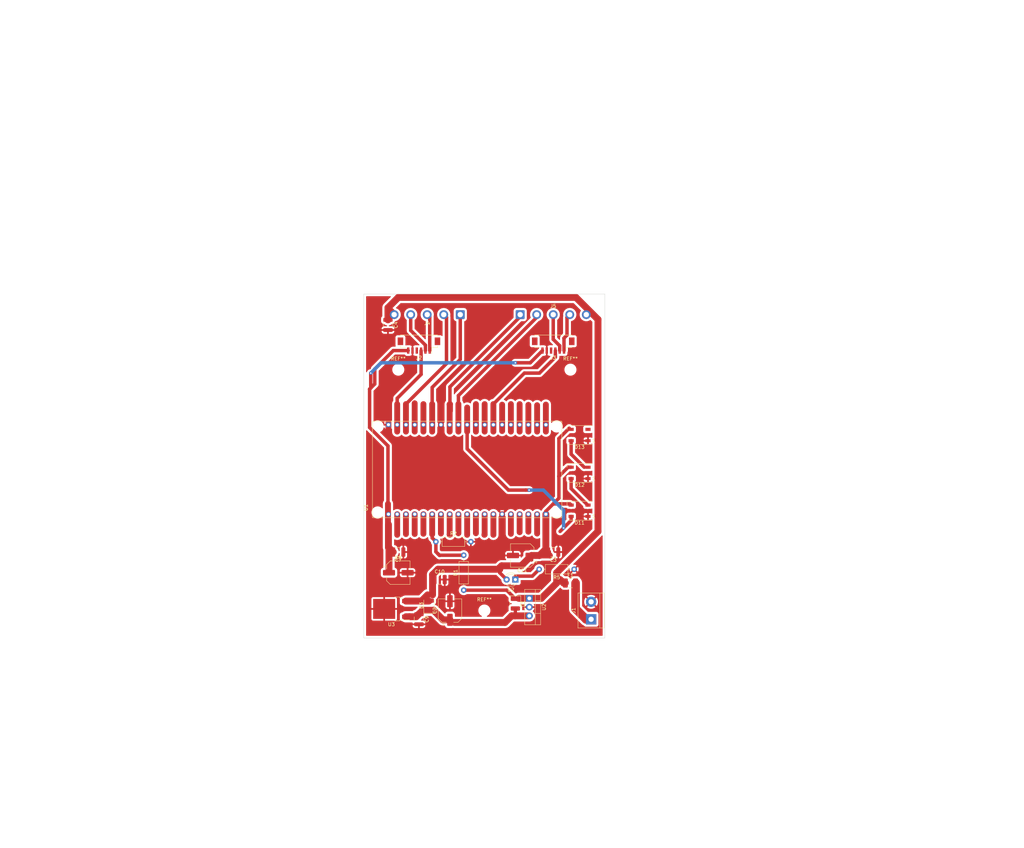
<source format=kicad_pcb>
(kicad_pcb (version 20211014) (generator pcbnew)
  (layers (0 "F.Cu" signal) (31 "B.Cu" signal) (34 "B.Paste" user) (35 "F.Paste" user) (36 "B.SilkS" user "B.Silkscreen") (37 "F.SilkS" user "F.Silkscreen") (38 "B.Mask" user) (39 "F.Mask" user) (44 "Edge.Cuts" user))
  (net 0 "")
  (net 1 "+BATT")
  (net 2 "-BATT")
  (net 3 "+12V")
  (net 4 "+5V")
  (net 5 "+3.3V")
  (net 6 "Net-(D2-Pad1)")
  (net 7 "Net-(D11-Pad2)")
  (net 8 "/LED_OUT")
  (net 9 "Net-(D12-Pad2)")
  (net 11 "Net-(F1-Pad2)")
  (net 12 "/motorController/M1_1")
  (net 13 "/motorController/M1_2")
  (net 14 "/ENCO_2")
  (net 16 "/motorController/M2_1")
  (net 17 "/motorController/M2_2")
  (net 18 "/ENCO_1")
  (net 20 "/PWM_M1_1")
  (net 21 "/PWM_M1_2")
  (net 22 "/PWM_M2_1")
  (net 23 "/PWM_M2_2")
  (net 24 "/BATT_VOLTAGE_DIVIDER")
  (net 25 "unconnected-(U1-PadJ5_18)")
  (net 26 "unconnected-(U1-PadJ5_17)")
  (net 27 "unconnected-(U1-PadJ5_16)")
  (net 28 "unconnected-(U1-PadJ5_15)")
  (net 29 "unconnected-(U1-PadJ5_13)")
  (net 30 "unconnected-(U1-PadJ5_12)")
  (net 31 "unconnected-(U1-PadJ5_11)")
  (net 32 "unconnected-(U1-PadJ5_10)")
  (net 33 "unconnected-(U1-PadJ5_9)")
  (net 34 "unconnected-(U1-PadJ5_8)")
  (net 35 "unconnected-(U1-PadJ5_7)")
  (net 36 "unconnected-(U1-PadJ5_5)")
  (net 37 "unconnected-(U1-PadJ5_4)")
  (net 38 "unconnected-(U1-PadJ5_3)")
  (net 39 "unconnected-(U1-PadJ5_2)")
  (net 40 "unconnected-(U1-PadJ4_19)")
  (net 41 "unconnected-(U1-PadJ4_18)")
  (net 42 "unconnected-(U1-PadJ4_17)")
  (net 43 "unconnected-(U1-PadJ4_16)")
  (net 44 "unconnected-(U1-PadJ4_15)")
  (net 45 "unconnected-(U1-PadJ4_14)")
  (net 46 "unconnected-(U1-PadJ4_12)")
  (net 47 "unconnected-(U1-PadJ4_11)")
  (net 48 "unconnected-(U1-PadJ4_5)")
  (net 49 "unconnected-(U1-PadJ4_4)")
  (footprint "LED_SMD:LED_WS2812B_PLCC4_5.0x5.0mm_P3.2mm" (layer "F.Cu") (at 142.33 100 180)
    (fp_text reference "D12" (at 0 -3.5) (layer "F.SilkS"))
    (fp_text value "WS2812B")
    (fp_text user "1" (at -4.15 -1.6) (layer "F.SilkS"))
    (fp_line (start -3.65 2.75) (end 3.65 2.75) (layer "F.SilkS") (width 0.12))
    (fp_line (start -3.65 -2.75) (end 3.65 -2.75) (layer "F.SilkS") (width 0.12))
    (fp_line (start 3.65 2.75) (end 3.65 1.6) (layer "F.SilkS") (width 0.12))
    (pad "1" smd rect (at -2.45 -1.65 180) (size 1.5 0.9) (layers "F.Cu" "F.Paste" "F.Mask") (net 2 "-BATT"))
    (pad "2" smd rect (at -2.45 1.65 180) (size 1.5 0.9) (layers "F.Cu" "F.Paste" "F.Mask") (net 9 "Net-(D12-Pad2)"))
    (pad "3" smd rect (at 2.45 1.65 180) (size 1.5 0.9) (layers "F.Cu" "F.Paste" "F.Mask") (net 4 "+5V"))
    (pad "4" smd rect (at 2.45 -1.65 180) (size 1.5 0.9) (layers "F.Cu" "F.Paste" "F.Mask") (net 7 "Net-(D11-Pad2)"))
  )
  (footprint "Package_TO_SOT_THT:TO-220-3_Vertical" (layer "F.Cu") (at 127.735 136.46 -90)
    (fp_text reference "U2" (at 2.54 -4.27 90) (layer "F.SilkS"))
    (fp_text value "L7812")
    (fp_line (start -2.58 1.371) (end 7.66 1.371) (layer "F.SilkS") (width 0.12))
    (fp_line (start 7.66 -3.27) (end 7.66 1.371) (layer "F.SilkS") (width 0.12))
    (fp_line (start -2.58 -3.27) (end -2.58 1.371) (layer "F.SilkS") (width 0.12))
    (fp_line (start -2.58 -3.27) (end 7.66 -3.27) (layer "F.SilkS") (width 0.12))
    (fp_line (start 4.391 -3.27) (end 4.391 -1.76) (layer "F.SilkS") (width 0.12))
    (fp_line (start -2.58 -1.76) (end 7.66 -1.76) (layer "F.SilkS") (width 0.12))
    (fp_line (start 0.69 -3.27) (end 0.69 -1.76) (layer "F.SilkS") (width 0.12))
    (pad "1" thru_hole rect (at 0 0 270) (size 1.905 2) (drill 1.1) (layers *.Cu *.Mask) (net 1 "+BATT"))
    (pad "2" thru_hole oval (at 2.54 0 270) (size 1.905 2) (drill 1.1) (layers *.Cu *.Mask) (net 2 "-BATT"))
    (pad "3" thru_hole oval (at 5.08 0 270) (size 1.905 2) (drill 1.1) (layers *.Cu *.Mask) (net 3 "+12V"))
  )
  (footprint "Capacitor_SMD:CP_Elec_6.3x7.7" (layer "F.Cu") (at 104.68 140 90)
    (fp_text reference "C2" (at 0 -4.35 90) (layer "F.SilkS"))
    (fp_text value "C_Polarized")
    (fp_line (start -3.41 2.345563) (end -3.41 1.06) (layer "F.SilkS") (width 0.12))
    (fp_line (start 3.41 -3.41) (end 3.41 -1.06) (layer "F.SilkS") (width 0.12))
    (fp_line (start -2.345563 3.41) (end 3.41 3.41) (layer "F.SilkS") (width 0.12))
    (fp_line (start 3.41 3.41) (end 3.41 1.06) (layer "F.SilkS") (width 0.12))
    (fp_line (start -3.41 2.345563) (end -2.345563 3.41) (layer "F.SilkS") (width 0.12))
    (fp_line (start -3.41 -2.345563) (end -2.345563 -3.41) (layer "F.SilkS") (width 0.12))
    (fp_line (start -4.04375 -2.24125) (end -4.04375 -1.45375) (layer "F.SilkS") (width 0.12))
    (fp_line (start -2.345563 -3.41) (end 3.41 -3.41) (layer "F.SilkS") (width 0.12))
    (fp_line (start -3.41 -2.345563) (end -3.41 -1.06) (layer "F.SilkS") (width 0.12))
    (fp_line (start -4.4375 -1.8475) (end -3.65 -1.8475) (layer "F.SilkS") (width 0.12))
    (pad "1" smd roundrect (at -2.7 0 90) (size 3.5 1.6) (layers "F.Cu" "F.Paste" "F.Mask") (roundrect_rratio 0.15625) (net 3 "+12V"))
    (pad "2" smd roundrect (at 2.7 0 90) (size 3.5 1.6) (layers "F.Cu" "F.Paste" "F.Mask") (roundrect_rratio 0.15625) (net 2 "-BATT"))
  )
  (footprint "Capacitor_SMD:C_1210_3225Metric" (layer "F.Cu") (at 95.68 142.525 -90)
    (fp_text reference "C9" (at 0 -2.3 90) (layer "F.SilkS"))
    (fp_text value "C")
    (fp_line (start -0.711252 -1.36) (end 0.711252 -1.36) (layer "F.SilkS") (width 0.12))
    (fp_line (start -0.711252 1.36) (end 0.711252 1.36) (layer "F.SilkS") (width 0.12))
    (pad "1" smd roundrect (at -1.475 0 270) (size 1.15 2.7) (layers "F.Cu" "F.Paste" "F.Mask") (roundrect_rratio 0.217391) (net 3 "+12V"))
    (pad "2" smd roundrect (at 1.475 0 270) (size 1.15 2.7) (layers "F.Cu" "F.Paste" "F.Mask") (roundrect_rratio 0.217391) (net 2 "-BATT"))
  )
  (footprint "LED_THT:LED_D3.0mm" (layer "F.Cu") (at 123.68 131 180)
    (fp_text reference "D2" (at 1.27 -2.96) (layer "F.SilkS"))
    (fp_text value "LED")
    (fp_line (start -0.29 1.08) (end -0.29 1.236) (layer "F.SilkS") (width 0.12))
    (fp_line (start -0.29 -1.236) (end -0.29 -1.08) (layer "F.SilkS") (width 0.12))
    (fp_arc (start -0.29 -1.235516) (mid 1.366487 -1.987659) (end 2.942335 -1.078608) (layer "F.SilkS") (width 0.12))
    (fp_arc (start 2.942335 1.078608) (mid 1.366487 1.987659) (end -0.29 1.235516) (layer "F.SilkS") (width 0.12))
    (fp_arc (start 0.229039 -1.08) (mid 1.270117 -1.5) (end 2.31113 -1.079837) (layer "F.SilkS") (width 0.12))
    (fp_arc (start 2.31113 1.079837) (mid 1.270117 1.5) (end 0.229039 1.08) (layer "F.SilkS") (width 0.12))
    (pad "1" thru_hole rect (at 0 0 180) (size 1.8 1.8) (drill 0.9) (layers *.Cu *.Mask) (net 6 "Net-(D2-Pad1)"))
    (pad "2" thru_hole circle (at 2.54 0 180) (size 1.8 1.8) (drill 0.9) (layers *.Cu *.Mask) (net 4 "+5V"))
  )
  (footprint "MountingHole:MountingHole_2.2mm_M2" (layer "F.Cu") (at 139.68 70)
    (fp_text reference "REF**" (at 0 -3.2) (layer "F.SilkS"))
    (fp_text value "MountingHole_2.2mm_M2")
    (pad "" np_thru_hole circle (at 0 0) (size 2.2 2.2) (drill 2.2) (layers *.Cu *.Mask))
  )
  (footprint "MountingHole:MountingHole_2.2mm_M2" (layer "F.Cu") (at 89.68 70)
    (fp_text reference "REF**" (at 0 -3.2) (layer "F.SilkS"))
    (fp_text value "MountingHole_2.2mm_M2")
    (pad "" np_thru_hole circle (at 0 0) (size 2.2 2.2) (drill 2.2) (layers *.Cu *.Mask))
  )
  (footprint "Capacitor_SMD:C_1210_3225Metric" (layer "F.Cu") (at 101.68 131)
    (fp_text reference "C10" (at 0 -2.3) (layer "F.SilkS"))
    (fp_text value "C")
    (fp_line (start -0.711252 -1.36) (end 0.711252 -1.36) (layer "F.SilkS") (width 0.12))
    (fp_line (start -0.711252 1.36) (end 0.711252 1.36) (layer "F.SilkS") (width 0.12))
    (pad "1" smd roundrect (at -1.475 0) (size 1.15 2.7) (layers "F.Cu" "F.Paste" "F.Mask") (roundrect_rratio 0.217391) (net 4 "+5V"))
    (pad "2" smd roundrect (at 1.475 0) (size 1.15 2.7) (layers "F.Cu" "F.Paste" "F.Mask") (roundrect_rratio 0.217391) (net 2 "-BATT"))
  )
  (footprint "Capacitor_SMD:CP_Elec_6.3x7.7" (layer "F.Cu") (at 125.68 124 180)
    (fp_text reference "C11" (at 0 -4.35) (layer "F.SilkS"))
    (fp_text value "C_Polarized")
    (fp_line (start 3.41 -3.41) (end 3.41 -1.06) (layer "F.SilkS") (width 0.12))
    (fp_line (start -3.41 2.345563) (end -3.41 1.06) (layer "F.SilkS") (width 0.12))
    (fp_line (start -3.41 -2.345563) (end -3.41 -1.06) (layer "F.SilkS") (width 0.12))
    (fp_line (start -4.04375 -2.24125) (end -4.04375 -1.45375) (layer "F.SilkS") (width 0.12))
    (fp_line (start -2.345563 3.41) (end 3.41 3.41) (layer "F.SilkS") (width 0.12))
    (fp_line (start -4.4375 -1.8475) (end -3.65 -1.8475) (layer "F.SilkS") (width 0.12))
    (fp_line (start -3.41 -2.345563) (end -2.345563 -3.41) (layer "F.SilkS") (width 0.12))
    (fp_line (start 3.41 3.41) (end 3.41 1.06) (layer "F.SilkS") (width 0.12))
    (fp_line (start -2.345563 -3.41) (end 3.41 -3.41) (layer "F.SilkS") (width 0.12))
    (fp_line (start -3.41 2.345563) (end -2.345563 3.41) (layer "F.SilkS") (width 0.12))
    (pad "1" smd roundrect (at -2.7 0 180) (size 3.5 1.6) (layers "F.Cu" "F.Paste" "F.Mask") (roundrect_rratio 0.15625) (net 4 "+5V"))
    (pad "2" smd roundrect (at 2.7 0 180) (size 3.5 1.6) (layers "F.Cu" "F.Paste" "F.Mask") (roundrect_rratio 0.15625) (net 2 "-BATT"))
  )
  (footprint "MountingHole:MountingHole_2.2mm_M2" (layer "F.Cu") (at 114.68 140)
    (fp_text reference "REF**" (at 0 -3.2) (layer "F.SilkS"))
    (fp_text value "MountingHole_2.2mm_M2")
    (pad "" np_thru_hole circle (at 0 0) (size 2.2 2.2) (drill 2.2) (layers *.Cu *.Mask))
  )
  (footprint "LED_SMD:LED_WS2812B_PLCC4_5.0x5.0mm_P3.2mm" (layer "F.Cu") (at 142.33 89 180)
    (fp_text reference "D13" (at 0 -3.5) (layer "F.SilkS"))
    (fp_text value "WS2812B")
    (fp_text user "1" (at -4.15 -1.6) (layer "F.SilkS"))
    (fp_line (start -3.65 2.75) (end 3.65 2.75) (layer "F.SilkS") (width 0.12))
    (fp_line (start -3.65 -2.75) (end 3.65 -2.75) (layer "F.SilkS") (width 0.12))
    (fp_line (start 3.65 2.75) (end 3.65 1.6) (layer "F.SilkS") (width 0.12))
    (pad "1" smd rect (at -2.45 -1.65 180) (size 1.5 0.9) (layers "F.Cu" "F.Paste" "F.Mask") (net 2 "-BATT"))
    (pad "2" smd rect (at -2.45 1.65 180) (size 1.5 0.9) (layers "F.Cu" "F.Paste" "F.Mask"))
    (pad "3" smd rect (at 2.45 1.65 180) (size 1.5 0.9) (layers "F.Cu" "F.Paste" "F.Mask") (net 4 "+5V"))
    (pad "4" smd rect (at 2.45 -1.65 180) (size 1.5 0.9) (layers "F.Cu" "F.Paste" "F.Mask") (net 9 "Net-(D12-Pad2)"))
  )
  (footprint "Resistor_THT:R_Axial_DIN0207_L6.3mm_D2.5mm_P10.16mm_Horizontal" (layer "F.Cu") (at 100.6 120)
    (fp_text reference "R2" (at 5.08 -2.37) (layer "F.SilkS"))
    (fp_text value "R")
    (fp_line (start 1.81 1.37) (end 8.35 1.37) (layer "F.SilkS") (width 0.12))
    (fp_line (start 8.35 -1.37) (end 1.81 -1.37) (layer "F.SilkS") (width 0.12))
    (fp_line (start 1.04 0) (end 1.81 0) (layer "F.SilkS") (width 0.12))
    (fp_line (start 9.12 0) (end 8.35 0) (layer "F.SilkS") (width 0.12))
    (fp_line (start 8.35 1.37) (end 8.35 -1.37) (layer "F.SilkS") (width 0.12))
    (fp_line (start 1.81 -1.37) (end 1.81 1.37) (layer "F.SilkS") (width 0.12))
    (pad "1" thru_hole circle (at 0 0) (size 1.6 1.6) (drill 0.8) (layers *.Cu *.Mask) (net 24 "/BATT_VOLTAGE_DIVIDER"))
    (pad "2" thru_hole oval (at 10.16 0) (size 1.6 1.6) (drill 0.8) (layers *.Cu *.Mask) (net 2 "-BATT"))
  )
  (footprint "Connector_Wire:SolderWire-0.75sqmm_1x05_P4.8mm_D1.25mm_OD2.3mm" (layer "F.Cu") (at 125.08 54)
    (fp_text reference "J5" (at 9.6 -2.47) (layer "F.SilkS"))
    (fp_text value "Conn_01x05_Female")
    (pad "1" thru_hole roundrect (at 0 0) (size 2.55 2.55) (drill 1.55) (layers *.Cu *.Mask) (roundrect_rratio 0.098039) (net 22 "/PWM_M2_1"))
    (pad "2" thru_hole circle (at 4.8 0) (size 2.55 2.55) (drill 1.55) (layers *.Cu *.Mask) (net 23 "/PWM_M2_2"))
    (pad "3" thru_hole circle (at 9.6 0) (size 2.55 2.55) (drill 1.55) (layers *.Cu *.Mask) (net 17 "/motorController/M2_2"))
    (pad "4" thru_hole circle (at 14.4 0) (size 2.55 2.55) (drill 1.55) (layers *.Cu *.Mask) (net 16 "/motorController/M2_1"))
    (pad "5" thru_hole circle (at 19.2 0) (size 2.55 2.55) (drill 1.55) (layers *.Cu *.Mask) (net 1 "+BATT"))
  )
  (footprint "Fuse:Fuse_1210_3225Metric_Pad1.42x2.65mm_HandSolder" (layer "F.Cu") (at 139.68 132)
    (fp_text reference "F1" (at 0 -2.28) (layer "F.SilkS"))
    (fp_text value "Fuse")
    (fp_line (start -0.602064 1.36) (end 0.602064 1.36) (layer "F.SilkS") (width 0.12))
    (fp_line (start -0.602064 -1.36) (end 0.602064 -1.36) (layer "F.SilkS") (width 0.12))
    (pad "1" smd roundrect (at -1.4875 0) (size 1.425 2.65) (layers "F.Cu" "F.Paste" "F.Mask") (roundrect_rratio 0.175439) (net 1 "+BATT"))
    (pad "2" smd roundrect (at 1.4875 0) (size 1.425 2.65) (layers "F.Cu" "F.Paste" "F.Mask") (roundrect_rratio 0.175439) (net 11 "Net-(F1-Pad2)"))
  )
  (footprint "Capacitor_SMD:C_1210_3225Metric" (layer "F.Cu") (at 86.68 57 -90)
    (fp_text reference "C4" (at 0 -2.3 90) (layer "F.SilkS"))
    (fp_text value "C")
    (fp_line (start -0.711252 1.36) (end 0.711252 1.36) (layer "F.SilkS") (width 0.12))
    (fp_line (start -0.711252 -1.36) (end 0.711252 -1.36) (layer "F.SilkS") (width 0.12))
    (pad "1" smd roundrect (at -1.475 0 270) (size 1.15 2.7) (layers "F.Cu" "F.Paste" "F.Mask") (roundrect_rratio 0.217391) (net 1 "+BATT"))
    (pad "2" smd roundrect (at 1.475 0 270) (size 1.15 2.7) (layers "F.Cu" "F.Paste" "F.Mask") (roundrect_rratio 0.217391) (net 2 "-BATT"))
  )
  (footprint "Capacitor_SMD:C_1210_3225Metric" (layer "F.Cu") (at 89.68 123 180)
    (fp_text reference "C7" (at 0 -2.3) (layer "F.SilkS"))
    (fp_text value "C")
    (fp_line (start -0.711252 -1.36) (end 0.711252 -1.36) (layer "F.SilkS") (width 0.12))
    (fp_line (start -0.711252 1.36) (end 0.711252 1.36) (layer "F.SilkS") (width 0.12))
    (pad "1" smd roundrect (at -1.475 0 180) (size 1.15 2.7) (layers "F.Cu" "F.Paste" "F.Mask") (roundrect_rratio 0.217391) (net 2 "-BATT"))
    (pad "2" smd roundrect (at 1.475 0 180) (size 1.15 2.7) (layers "F.Cu" "F.Paste" "F.Mask") (roundrect_rratio 0.217391) (net 5 "+3.3V"))
  )
  (footprint "Resistor_THT:R_Axial_DIN0207_L6.3mm_D2.5mm_P10.16mm_Horizontal" (layer "F.Cu") (at 140.76 128 180)
    (fp_text reference "R5" (at 5.08 -2.37) (layer "F.SilkS"))
    (fp_text value "R")
    (fp_line (start 1.81 -1.37) (end 1.81 1.37) (layer "F.SilkS") (width 0.12))
    (fp_line (start 8.35 1.37) (end 8.35 -1.37) (layer "F.SilkS") (width 0.12))
    (fp_line (start 1.04 0) (end 1.81 0) (layer "F.SilkS") (width 0.12))
    (fp_line (start 1.81 1.37) (end 8.35 1.37) (layer "F.SilkS") (width 0.12))
    (fp_line (start 9.12 0) (end 8.35 0) (layer "F.SilkS") (width 0.12))
    (fp_line (start 8.35 -1.37) (end 1.81 -1.37) (layer "F.SilkS") (width 0.12))
    (pad "1" thru_hole circle (at 0 0 180) (size 1.6 1.6) (drill 0.8) (layers *.Cu *.Mask) (net 2 "-BATT"))
    (pad "2" thru_hole oval (at 10.16 0 180) (size 1.6 1.6) (drill 0.8) (layers *.Cu *.Mask) (net 6 "Net-(D2-Pad1)"))
  )
  (footprint "Connector_Hirose:Hirose_DF13C_CL535-0406-3-51_1x06-1MP_P1.25mm_Vertical" (layer "F.Cu") (at 95.68 63 180)
    (fp_text reference "J2" (at 0 -3.55) (layer "F.SilkS"))
    (fp_text value "Conn_01x06_Male")
    (fp_line (start -5.425 3.05) (end 5.425 3.05) (layer "F.SilkS") (width 0.12))
    (fp_line (start -5.425 2.61) (end -5.425 3.05) (layer "F.SilkS") (width 0.12))
    (fp_line (start 3.735 -0.55) (end 5.425 -0.55) (layer "F.SilkS") (width 0.12))
    (fp_line (start -3.735 -0.55) (end -5.425 -0.55) (layer "F.SilkS") (width 0.12))
    (fp_line (start 5.425 -0.55) (end 5.425 -0.11) (layer "F.SilkS") (width 0.12))
    (fp_line (start 5.425 3.05) (end 5.425 2.61) (layer "F.SilkS") (width 0.12))
    (fp_line (start -3.735 -0.55) (end -3.735 -2.35) (layer "F.SilkS") (width 0.12))
    (fp_line (start -5.425 -0.55) (end -5.425 -0.11) (layer "F.SilkS") (width 0.12))
    (pad "1" smd rect (at -3.125 -1.45 180) (size 0.7 1.8) (layers "F.Cu" "F.Paste" "F.Mask") (net 13 "/motorController/M1_2"))
    (pad "2" smd rect (at -1.875 -1.45 180) (size 0.7 1.8) (layers "F.Cu" "F.Paste" "F.Mask") (net 12 "/motorController/M1_1"))
    (pad "3" smd rect (at -0.625 -1.45 180) (size 0.7 1.8) (layers "F.Cu" "F.Paste" "F.Mask") (net 14 "/ENCO_2"))
    (pad "4" smd rect (at 0.625 -1.45 180) (size 0.7 1.8) (layers "F.Cu" "F.Paste" "F.Mask"))
    (pad "5" smd rect (at 1.875 -1.45 180) (size 0.7 1.8) (layers "F.Cu" "F.Paste" "F.Mask") (net 2 "-BATT"))
    (pad "6" smd rect (at 3.125 -1.45 180) (size 0.7 1.8) (layers "F.Cu" "F.Paste" "F.Mask") (net 5 "+3.3V"))
    (pad "MP" smd rect (at 5.375 1.25 180) (size 1.6 2.2) (layers "F.Cu" "F.Paste" "F.Mask"))
    (pad "MP" smd rect (at -5.375 1.25 180) (size 1.6 2.2) (layers "F.Cu" "F.Paste" "F.Mask"))
  )
  (footprint "Diode_SMD:D_1210_3225Metric" (layer "F.Cu") (at 98.68 138.525 90)
    (fp_text reference "D3" (at 0 -2.28 90) (layer "F.SilkS"))
    (fp_text value "D")
    (fp_line (start -2.285 1.585) (end 1.6 1.585) (layer "F.SilkS") (width 0.12))
    (fp_line (start -2.285 -1.585) (end -2.285 1.585) (layer "F.SilkS") (width 0.12))
    (fp_line (start 1.6 -1.585) (end -2.285 -1.585) (layer "F.SilkS") (width 0.12))
    (pad "1" smd roundrect (at -1.4 0 90) (size 1.25 2.65) (layers "F.Cu" "F.Paste" "F.Mask") (roundrect_rratio 0.2) (net 3 "+12V"))
    (pad "2" smd roundrect (at 1.4 0 90) (size 1.25 2.65) (layers "F.Cu" "F.Paste" "F.Mask") (roundrect_rratio 0.2) (net 4 "+5V"))
  )
  (footprint "Connector_Hirose:Hirose_DF13C_CL535-0406-3-51_1x06-1MP_P1.25mm_Vertical" (layer "F.Cu") (at 134.68 63 180)
    (fp_text reference "J3" (at 0 -3.55) (layer "F.SilkS"))
    (fp_text value "Conn_01x06_Male")
    (fp_line (start 3.735 -0.55) (end 5.425 -0.55) (layer "F.SilkS") (width 0.12))
    (fp_line (start -3.735 -0.55) (end -3.735 -2.35) (layer "F.SilkS") (width 0.12))
    (fp_line (start 5.425 3.05) (end 5.425 2.61) (layer "F.SilkS") (width 0.12))
    (fp_line (start -5.425 3.05) (end 5.425 3.05) (layer "F.SilkS") (width 0.12))
    (fp_line (start -5.425 2.61) (end -5.425 3.05) (layer "F.SilkS") (width 0.12))
    (fp_line (start 5.425 -0.55) (end 5.425 -0.11) (layer "F.SilkS") (width 0.12))
    (fp_line (start -5.425 -0.55) (end -5.425 -0.11) (layer "F.SilkS") (width 0.12))
    (fp_line (start -3.735 -0.55) (end -5.425 -0.55) (layer "F.SilkS") (width 0.12))
    (pad "1" smd rect (at -3.125 -1.45 180) (size 0.7 1.8) (layers "F.Cu" "F.Paste" "F.Mask") (net 16 "/motorController/M2_1"))
    (pad "2" smd rect (at -1.875 -1.45 180) (size 0.7 1.8) (layers "F.Cu" "F.Paste" "F.Mask") (net 17 "/motorController/M2_2"))
    (pad "3" smd rect (at -0.625 -1.45 180) (size 0.7 1.8) (layers "F.Cu" "F.Paste" "F.Mask") (net 18 "/ENCO_1"))
    (pad "4" smd rect (at 0.625 -1.45 180) (size 0.7 1.8) (layers "F.Cu" "F.Paste" "F.Mask"))
    (pad "5" smd rect (at 1.875 -1.45 180) (size 0.7 1.8) (layers "F.Cu" "F.Paste" "F.Mask") (net 2 "-BATT"))
    (pad "6" smd rect (at 3.125 -1.45 180) (size 0.7 1.8) (layers "F.Cu" "F.Paste" "F.Mask") (net 5 "+3.3V"))
    (pad "MP" smd rect (at 5.375 1.25 180) (size 1.6 2.2) (layers "F.Cu" "F.Paste" "F.Mask"))
    (pad "MP" smd rect (at -5.375 1.25 180) (size 1.6 2.2) (layers "F.Cu" "F.Paste" "F.Mask"))
  )
  (footprint "LED_SMD:LED_WS2812B_PLCC4_5.0x5.0mm_P3.2mm" (layer "F.Cu") (at 142.33 111 180)
    (fp_text reference "D11" (at 0 -3.5) (layer "F.SilkS"))
    (fp_text value "WS2812B")
    (fp_text user "1" (at -4.15 -1.6) (layer "F.SilkS"))
    (fp_line (start 3.65 2.75) (end 3.65 1.6) (layer "F.SilkS") (width 0.12))
    (fp_line (start -3.65 -2.75) (end 3.65 -2.75) (layer "F.SilkS") (width 0.12))
    (fp_line (start -3.65 2.75) (end 3.65 2.75) (layer "F.SilkS") (width 0.12))
    (pad "1" smd rect (at -2.45 -1.65 180) (size 1.5 0.9) (layers "F.Cu" "F.Paste" "F.Mask") (net 2 "-BATT"))
    (pad "2" smd rect (at -2.45 1.65 180) (size 1.5 0.9) (layers "F.Cu" "F.Paste" "F.Mask") (net 7 "Net-(D11-Pad2)"))
    (pad "3" smd rect (at 2.45 1.65 180) (size 1.5 0.9) (layers "F.Cu" "F.Paste" "F.Mask") (net 4 "+5V"))
    (pad "4" smd rect (at 2.45 -1.65 180) (size 1.5 0.9) (layers "F.Cu" "F.Paste" "F.Mask") (net 8 "/LED_OUT"))
  )
  (footprint "Package_TO_SOT_SMD:TO-252-2" (layer "F.Cu") (at 87.68 139.525 180)
    (fp_text reference "U3" (at 0 -4.5) (layer "F.SilkS"))
    (fp_text value "L7805")
    (fp_line (start -2.47 3.18) (end -3.57 3.18) (layer "F.SilkS") (width 0.12))
    (fp_line (start -0.97 3.45) (end -2.47 3.45) (layer "F.SilkS") (width 0.12))
    (fp_line (start -2.47 -3.45) (end -2.47 -3.18) (layer "F.SilkS") (width 0.12))
    (fp_line (start -2.47 -3.18) (end -5.3 -3.18) (layer "F.SilkS") (width 0.12))
    (fp_line (start -2.47 3.45) (end -2.47 3.18) (layer "F.SilkS") (width 0.12))
    (fp_line (start -0.97 -3.45) (end -2.47 -3.45) (layer "F.SilkS") (width 0.12))
    (pad "1" smd rect (at -4.2 -2.28 180) (size 2.2 1.2) (layers "F.Cu" "F.Paste" "F.Mask") (net 3 "+12V"))
    (pad "2" smd rect (at 2.1 0 180) (size 6.4 5.8) (layers "F.Cu" "F.Mask") (net 2 "-BATT"))
    (pad "3" smd rect (at -4.2 2.28 180) (size 2.2 1.2) (layers "F.Cu" "F.Paste" "F.Mask") (net 4 "+5V"))
  )
  (footprint "footprints:MODULE_ESP32_NODEMCU" (layer "F.Cu") (at 109.68 99 90)
    (fp_text reference "U1" (at -11.075 -29.385 90) (layer "F.SilkS"))
    (fp_text value "ESP32_NODEMCU")
    (fp_line (start 14 -27.5) (end 14 27.5) (layer "F.SilkS") (width 0.127))
    (fp_line (start -14 27.5) (end 14 27.5) (layer "F.SilkS") (width 0.127))
    (fp_line (start -14 -27.5) (end -14 27.5) (layer "F.SilkS") (width 0.127))
    (fp_line (start -14 -27.5) (end 14 -27.5) (layer "F.SilkS") (width 0.127))
    (pad "" np_thru_hole circle locked (at -12.5 26 90) (size 2.25 2.25) (drill 2.25) (layers *.Cu *.Mask))
    (pad "" np_thru_hole circle locked (at 12.5 -26 90) (size 2.25 2.25) (drill 2.25) (layers *.Cu *.Mask))
    (pad "" np_thru_hole circle locked (at 12.5 26 90) (size 2.25 2.25) (drill 2.25) (layers *.Cu *.Mask))
    (pad "" np_thru_hole circle locked (at -12.5 -26 90) (size 2.25 2.25) (drill 2.25) (layers *.Cu *.Mask))
    (pad "J4_1" thru_hole rect locked (at 13 -22.86 90) (size 1.35 1.35) (drill 0.9) (layers *.Cu *.Mask) (net 2 "-BATT"))
    (pad "J4_2" thru_hole circle locked (at 13 -20.32 90) (size 1.35 1.35) (drill 0.9) (layers *.Cu *.Mask) (net 14 "/ENCO_2"))
    (pad "J4_3" thru_hole circle locked (at 13 -17.78 90) (size 1.35 1.35) (drill 0.9) (layers *.Cu *.Mask) (net 20 "/PWM_M1_1"))
    (pad "J4_4" thru_hole circle locked (at 13 -15.24 90) (size 1.35 1.35) (drill 0.9) (layers *.Cu *.Mask) (net 49 "unconnected-(U1-PadJ4_4)"))
    (pad "J4_5" thru_hole circle locked (at 13 -12.7 90) (size 1.35 1.35) (drill 0.9) (layers *.Cu *.Mask) (net 48 "unconnected-(U1-PadJ4_5)"))
    (pad "J4_6" thru_hole circle locked (at 13 -10.16 90) (size 1.35 1.35) (drill 0.9) (layers *.Cu *.Mask) (net 21 "/PWM_M1_2"))
    (pad "J4_7" thru_hole circle locked (at 13 -7.62 90) (size 1.35 1.35) (drill 0.9) (layers *.Cu *.Mask) (net 2 "-BATT"))
    (pad "J4_8" thru_hole circle locked (at 13 -5.08 90) (size 1.35 1.35) (drill 0.9) (layers *.Cu *.Mask) (net 22 "/PWM_M2_1"))
    (pad "J4_9" thru_hole circle locked (at 13 -2.54 90) (size 1.35 1.35) (drill 0.9) (layers *.Cu *.Mask) (net 23 "/PWM_M2_2"))
    (pad "J4_10" thru_hole circle locked (at 13 0 90) (size 1.35 1.35) (drill 0.9) (layers *.Cu *.Mask) (net 8 "/LED_OUT"))
    (pad "J4_11" thru_hole circle locked (at 13 2.54 90) (size 1.35 1.35) (drill 0.9) (layers *.Cu *.Mask) (net 47 "unconnected-(U1-PadJ4_11)"))
    (pad "J4_12" thru_hole circle locked (at 13 5.08 90) (size 1.35 1.35) (drill 0.9) (layers *.Cu *.Mask) (net 46 "unconnected-(U1-PadJ4_12)"))
    (pad "J4_13" thru_hole circle locked (at 13 7.62 90) (size 1.35 1.35) (drill 0.9) (layers *.Cu *.Mask) (net 18 "/ENCO_1"))
    (pad "J4_14" thru_hole circle locked (at 13 10.16 90) (size 1.35 1.35) (drill 0.9) (layers *.Cu *.Mask) (net 45 "unconnected-(U1-PadJ4_14)"))
    (pad "J4_15" thru_hole circle locked (at 13 12.7 90) (size 1.35 1.35) (drill 0.9) (layers *.Cu *.Mask) (net 44 "unconnected-(U1-PadJ4_15)"))
    (pad "J4_16" thru_hole circle locked (at 13 15.24 90) (size 1.35 1.35) (drill 0.9) (layers *.Cu *.Mask) (net 43 "unconnected-(U1-PadJ4_16)"))
    (pad "J4_17" thru_hole circle locked (at 13 17.78 90) (size 1.35 1.35) (drill 0.9) (layers *.Cu *.Mask) (net 42 "unconnected-(U1-PadJ4_17)"))
    (pad "J4_18" thru_hole circle locked (at 13 20.32 90) (size 1.35 1.35) (drill 0.9) (layers *.Cu *.Mask) (net 41 "unconnected-(U1-PadJ4_18)"))
    (pad "J4_19" thru_hole circle locked (at 13 22.86 90) (size 1.35 1.35) (drill 0.9) (layers *.Cu *.Mask) (net 40 "unconnected-(U1-PadJ4_19)"))
    (pad "J5_1" thru_hole rect locked (at -13 22.86 90) (size 1.35 1.35) (drill 0.9) (layers *.Cu *.Mask) (net 4 "+5V"))
    (pad "J5_2" thru_hole circle locked (at -13 20.32 90) (size 1.35 1.35) (drill 0.9) (layers *.Cu *.Mask) (net 39 "unconnected-(U1-PadJ5_2)"))
    (pad "J5_3" thru_hole circle locked (at -13 17.78 90) (size 1.35 1.35) (drill 0.9) (layers *.Cu *.Mask) (net 38 "unconnected-(U1-PadJ5_3)"))
    (pad "J5_4" thru_hole circle locked (at -13 15.24 90) (size 1.35 1.35) (drill 0.9) (layers *.Cu *.Mask) (net 37 "unconnected-(U1-PadJ5_4)"))
    (pad "J5_5" thru_hole circle locked (at -13 12.7 90) (size 1.35 1.35) (drill 0.9) (layers *.Cu *.Mask) (net 36 "unconnected-(U1-PadJ5_5)"))
    (pad "J5_6" thru_hole circle locked (at -13 10.16 90) (size 1.35 1.35) (drill 0.9) (layers *.Cu *.Mask) (net 2 "-BATT"))
    (pad "J5_7" thru_hole circle locked (at -13 7.62 90) (size 1.35 1.35) (drill 0.9) (layers *.Cu *.Mask) (net 35 "unconnected-(U1-PadJ5_7)"))
    (pad "J5_8" thru_hole circle locked (at -13 5.08 90) (size 1.35 1.35) (drill 0.9) (layers *.Cu *.Mask) (net 34 "unconnected-(U1-PadJ5_8)"))
    (pad "J5_9" thru_hole circle locked (at -13 2.54 90) (size 1.35 1.35) (drill 0.9) (layers *.Cu *.Mask) (net 33 "unconnected-(U1-PadJ5_9)"))
    (pad "J5_10" thru_hole circle locked (at -13 0 90) (size 1.35 1.35) (drill 0.9) (layers *.Cu *.Mask) (net 32 "unconnected-(U1-PadJ5_10)"))
    (pad "J5_11" thru_hole circle locked (at -13 -2.54 90) (size 1.35 1.35) (drill 0.9) (layers *.Cu *.Mask) (net 31 "unconnected-(U1-PadJ5_11)"))
    (pad "J5_12" thru_hole circle locked (at -13 -5.08 90) (size 1.35 1.35) (drill 0.9) (layers *.Cu *.Mask) (net 30 "unconnected-(U1-PadJ5_12)"))
    (pad "J5_13" thru_hole circle locked (at -13 -7.62 90) (size 1.35 1.35) (drill 0.9) (layers *.Cu *.Mask) (net 29 "unconnected-(U1-PadJ5_13)"))
    (pad "J5_14" thru_hole circle locked (at -13 -10.16 90) (size 1.35 1.35) (drill 0.9) (layers *.Cu *.Mask) (net 24 "/BATT_VOLTAGE_DIVIDER"))
    (pad "J5_15" thru_hole circle locked (at -13 -12.7 90) (size 1.35 1.35) (drill 0.9) (layers *.Cu *.Mask) (net 28 "unconnected-(U1-PadJ5_15)"))
    (pad "J5_16" thru_hole circle locked (at -13 -15.24 90) (size 1.35 1.35) (drill 0.9) (layers *.Cu *.Mask) (net 27 "unconnected-(U1-PadJ5_16)"))
    (pad "J5_17" thru_hole circle locked (at -13 -17.78 90) (size 1.35 1.35) (drill 0.9) (layers *.Cu *.Mask) (net 26 "unconnected-(U1-PadJ5_17)"))
    (pad "J5_18" thru_hole circle locked (at -13 -20.32 90) (size 1.35 1.35) (drill 0.9) (layers *.Cu *.Mask) (net 25 "unconnected-(U1-PadJ5_18)"))
    (pad "J5_19" thru_hole circle locked (at -13 -22.86 90) (size 1.35 1.35) (drill 0.9) (layers *.Cu *.Mask) (net 5 "+3.3V"))
  )
  (footprint "Capacitor_SMD:C_1210_3225Metric" (layer "F.Cu") (at 134.68 123 180)
    (fp_text reference "C3" (at 0 -2.3) (layer "F.SilkS"))
    (fp_text value "C")
    (fp_line (start -0.711252 -1.36) (end 0.711252 -1.36) (layer "F.SilkS") (width 0.12))
    (fp_line (start -0.711252 1.36) (end 0.711252 1.36) (layer "F.SilkS") (width 0.12))
    (pad "1" smd roundrect (at -1.475 0 180) (size 1.15 2.7) (layers "F.Cu" "F.Paste" "F.Mask") (roundrect_rratio 0.217391) (net 2 "-BATT"))
    (pad "2" smd roundrect (at 1.475 0 180) (size 1.15 2.7) (layers "F.Cu" "F.Paste" "F.Mask") (roundrect_rratio 0.217391) (net 4 "+5V"))
  )
  (footprint "Capacitor_SMD:CP_Elec_6.3x7.7" (layer "F.Cu") (at 89.68 129)
    (fp_text reference "C8" (at 0 -4.35) (layer "F.SilkS"))
    (fp_text value "C_Polarized")
    (fp_line (start -2.345563 -3.41) (end 3.41 -3.41) (layer "F.SilkS") (width 0.12))
    (fp_line (start -3.41 2.345563) (end -2.345563 3.41) (layer "F.SilkS") (width 0.12))
    (fp_line (start -3.41 -2.345563) (end -3.41 -1.06) (layer "F.SilkS") (width 0.12))
    (fp_line (start -3.41 2.345563) (end -3.41 1.06) (layer "F.SilkS") (width 0.12))
    (fp_line (start -4.4375 -1.8475) (end -3.65 -1.8475) (layer "F.SilkS") (width 0.12))
    (fp_line (start 3.41 3.41) (end 3.41 1.06) (layer "F.SilkS") (width 0.12))
    (fp_line (start -4.04375 -2.24125) (end -4.04375 -1.45375) (layer "F.SilkS") (width 0.12))
    (fp_line (start 3.41 -3.41) (end 3.41 -1.06) (layer "F.SilkS") (width 0.12))
    (fp_line (start -2.345563 3.41) (end 3.41 3.41) (layer "F.SilkS") (width 0.12))
    (fp_line (start -3.41 -2.345563) (end -2.345563 -3.41) (layer "F.SilkS") (width 0.12))
    (pad "1" smd roundrect (at -2.7 0) (size 3.5 1.6) (layers "F.Cu" "F.Paste" "F.Mask") (roundrect_rratio 0.15625) (net 5 "+3.3V"))
    (pad "2" smd roundrect (at 2.7 0) (size 3.5 1.6) (layers "F.Cu" "F.Paste" "F.Mask") (roundrect_rratio 0.15625) (net 2 "-BATT"))
  )
  (footprint "Resistor_THT:R_Axial_DIN0207_L6.3mm_D2.5mm_P10.16mm_Horizontal" (layer "F.Cu") (at 108.68 134.08 90)
    (fp_text reference "R1" (at 5.08 -2.37 90) (layer "F.SilkS"))
    (fp_text value "R")
    (fp_line (start 9.12 0) (end 8.35 0) (layer "F.SilkS") (width 0.12))
    (fp_line (start 1.81 1.37) (end 8.35 1.37) (layer "F.SilkS") (width 0.12))
    (fp_line (start 8.35 1.37) (end 8.35 -1.37) (layer "F.SilkS") (width 0.12))
    (fp_line (start 1.04 0) (end 1.81 0) (layer "F.SilkS") (width 0.12))
    (fp_line (start 8.35 -1.37) (end 1.81 -1.37) (layer "F.SilkS") (width 0.12))
    (fp_line (start 1.81 -1.37) (end 1.81 1.37) (layer "F.SilkS") (width 0.12))
    (pad "1" thru_hole circle (at 0 0 90) (size 1.6 1.6) (drill 0.8) (layers *.Cu *.Mask) (net 1 "+BATT"))
    (pad "2" thru_hole oval (at 10.16 0 90) (size 1.6 1.6) (drill 0.8) (layers *.Cu *.Mask) (net 24 "/BATT_VOLTAGE_DIVIDER"))
  )
  (footprint "TerminalBlock:TerminalBlock_bornier-2_P5.08mm" (layer "F.Cu") (at 145.68 142.54 90)
    (fp_text reference "J1" (at 2.54 -5.08 90) (layer "F.SilkS"))
    (fp_text value "Conn_01x02_Female")
    (fp_line (start -2.54 3.81) (end 7.62 3.81) (layer "F.SilkS") (width 0.12))
    (fp_line (start 7.62 3.81) (end 7.62 -3.81) (layer "F.SilkS") (width 0.12))
    (fp_line (start 7.62 -3.81) (end -2.54 -3.81) (layer "F.SilkS") (width 0.12))
    (fp_line (start -2.54 -3.81) (end -2.54 3.81) (layer "F.SilkS") (width 0.12))
    (fp_line (start 7.62 2.54) (end -2.54 2.54) (layer "F.SilkS") (width 0.12))
    (pad "1" thru_hole rect (at 0 0 90) (size 3 3) (drill 1.52) (layers *.Cu *.Mask) (net 11 "Net-(F1-Pad2)"))
    (pad "2" thru_hole circle (at 5.08 0 90) (size 3 3) (drill 1.52) (layers *.Cu *.Mask) (net 2 "-BATT"))
  )
  (footprint "Diode_SMD:D_1210_3225Metric" (layer "F.Cu") (at 123.68 138 -90)
    (fp_text reference "D1" (at 0 -2.28 90) (layer "F.SilkS"))
    (fp_text value "D")
    (fp_line (start 1.6 -1.585) (end -2.285 -1.585) (layer "F.SilkS") (width 0.12))
    (fp_line (start -2.285 -1.585) (end -2.285 1.585) (layer "F.SilkS") (width 0.12))
    (fp_line (start -2.285 1.585) (end 1.6 1.585) (layer "F.SilkS") (width 0.12))
    (pad "1" smd roundrect (at -1.4 0 270) (size 1.25 2.65) (layers "F.Cu" "F.Paste" "F.Mask") (roundrect_rratio 0.2) (net 1 "+BATT"))
    (pad "2" smd roundrect (at 1.4 0 270) (size 1.25 2.65) (layers "F.Cu" "F.Paste" "F.Mask") (roundrect_rratio 0.2) (net 3 "+12V"))
  )
  (footprint "Connector_Wire:SolderWire-0.75sqmm_1x05_P4.8mm_D1.25mm_OD2.3mm" (layer "F.Cu") (at 107.68 54 180)
    (fp_text reference "J4" (at 9.6 -2.47) (layer "F.SilkS"))
    (fp_text value "Conn_01x05_Female")
    (pad "1" thru_hole roundrect (at 0 0 180) (size 2.55 2.55) (drill 1.55) (layers *.Cu *.Mask) (roundrect_rratio 0.098039) (net 21 "/PWM_M1_2"))
    (pad "2" thru_hole circle (at 4.8 0 180) (size 2.55 2.55) (drill 1.55) (layers *.Cu *.Mask) (net 20 "/PWM_M1_1"))
    (pad "3" thru_hole circle (at 9.6 0 180) (size 2.55 2.55) (drill 1.55) (layers *.Cu *.Mask) (net 13 "/motorController/M1_2"))
    (pad "4" thru_hole circle (at 14.4 0 180) (size 2.55 2.55) (drill 1.55) (layers *.Cu *.Mask) (net 12 "/motorController/M1_1"))
    (pad "5" thru_hole circle (at 19.2 0 180) (size 2.55 2.55) (drill 1.55) (layers *.Cu *.Mask) (net 1 "+BATT"))
  )
  (gr_rect (start 79.68 48) (end 149.68 148) (layer "Edge.Cuts") (width 0.1) (fill none))
  (segment (start 141.28 49) (end 89.68 49) (width 2) (layer "F.Cu") (net 1))
  (segment (start 86.68 53) (end 87.48 53) (width 2) (layer "F.Cu") (net 1))
  (segment (start 86.68 52) (end 86.68 53) (width 2) (layer "F.Cu") (net 1))
  (segment (start 124.68 136.46) (end 131.22 136.46) (width 2) (layer "F.Cu") (net 1))
  (segment (start 147.68 55.4) (end 141.28 49) (width 2) (layer "F.Cu") (net 1))
  (segment (start 86.68 53) (end 86.68 55.525) (width 2) (layer "F.Cu") (net 1))
  (segment (start 87.48 53) (end 88.48 54) (width 2) (layer "F.Cu") (net 1))
  (segment (start 121.16 134.08) (end 108.68 134.08) (width 1) (layer "F.Cu") (net 1))
  (segment (start 89.68 49) (end 86.68 52) (width 2) (layer "F.Cu") (net 1))
  (segment (start 131.22 136.46) (end 135.68 132) (width 2) (layer "F.Cu") (net 1))
  (segment (start 123.68 136.6) (end 121.16 134.08) (width 1) (layer "F.Cu") (net 1))
  (segment (start 135.68 132) (end 135.68 129) (width 2) (layer "F.Cu") (net 1))
  (segment (start 136.68 131) (end 137.68 132) (width 2) (layer "F.Cu") (net 1))
  (segment (start 147.68 117) (end 147.68 55.4) (width 2) (layer "F.Cu") (net 1))
  (segment (start 137.68 132) (end 138.1925 132) (width 2) (layer "F.Cu") (net 1))
  (segment (start 135.68 129) (end 147.68 117) (width 2) (layer "F.Cu") (net 1))
  (segment (start 86.82 88) (end 86.82 80) (width 1.7) (layer "F.Cu") (net 2))
  (segment (start 102.06 88) (end 102.06 80) (width 1.7) (layer "F.Cu") (net 2))
  (segment (start 119.84 112) (end 119.84 117.84) (width 1.7) (layer "F.Cu") (net 2))
  (segment (start 123.6 141.54) (end 127.735 141.54) (width 2) (layer "F.Cu") (net 3))
  (segment (start 102.68 142.7) (end 104.68 142.7) (width 2) (layer "F.Cu") (net 3))
  (segment (start 105.98 143.46) (end 120.68 143.46) (width 2) (layer "F.Cu") (net 3))
  (segment (start 91.88 141.805) (end 92.96 141.805) (width 2) (layer "F.Cu") (net 3))
  (segment (start 99.905 139.925) (end 102.68 142.7) (width 2) (layer "F.Cu") (net 3))
  (segment (start 92.96 141.805) (end 94.875 141.805) (width 2) (layer "F.Cu") (net 3))
  (segment (start 96.155 140.525) (end 95.68 141) (width 2) (layer "F.Cu") (net 3))
  (segment (start 122.6 141.54) (end 123.6 141.54) (width 2) (layer "F.Cu") (net 3))
  (segment (start 120.68 143.46) (end 122.6 141.54) (width 2) (layer "F.Cu") (net 3))
  (segment (start 96.68 139.925) (end 99.905 139.925) (width 2) (layer "F.Cu") (net 3))
  (segment (start 94.875 141.805) (end 95.68 141) (width 2) (layer "F.Cu") (net 3))
  (segment (start 123.68 139.86) (end 123.68 141.46) (width 1) (layer "F.Cu") (net 3))
  (segment (start 123.68 141.46) (end 123.6 141.54) (width 1) (layer "F.Cu") (net 3))
  (segment (start 119.14 129) (end 119.14 128) (width 1) (layer "F.Cu") (net 4))
  (segment (start 133.205 123) (end 133.205 123.525) (width 1.7) (layer "F.Cu") (net 4))
  (segment (start 99.63 135.44) (end 99.63 129.575) (width 2) (layer "F.Cu") (net 4))
  (segment (start 130.68 124) (end 132.54 122.14) (width 2) (layer "F.Cu") (net 4))
  (segment (start 134.68 109) (end 137.68 109) (width 1) (layer "F.Cu") (net 4))
  (segment (start 133.205 123.525) (end 133.68 124) (width 1.7) (layer "F.Cu") (net 4))
  (segment (start 128.38 125.3) (end 128.38 124) (width 1) (layer "F.Cu") (net 4))
  (segment (start 136.33 90) (end 136.33 101) (width 1) (layer "F.Cu") (net 4))
  (segment (start 138.98 98.35) (end 136.33 101) (width 1) (layer "F.Cu") (net 4))
  (segment (start 99.63 129.575) (end 101.205 128) (width 2) (layer "F.Cu") (net 4))
  (segment (start 98.205 135.44) (end 96.4 137.245) (width 2) (layer "F.Cu") (net 4))
  (segment (start 136.33 107.35) (end 134.68 109) (width 1) (layer "F.Cu") (net 4))
  (segment (start 133.68 124) (end 130.68 124) (width 1.7) (layer "F.Cu") (net 4))
  (segment (start 132.54 112) (end 132.54 111.14) (width 1) (layer "F.Cu") (net 4))
  (segment (start 125.38 127) (end 128.38 124) (width 2) (layer "F.Cu") (net 4))
  (segment (start 119.14 127.54) (end 119.68 127) (width 2) (layer "F.Cu") (net 4))
  (segment (start 96.4 137.245) (end 98.56 137.245) (width 2) (layer "F.Cu") (net 4))
  (segment (start 132.54 111.14) (end 134.68 109) (width 1) (layer "F.Cu") (net 4))
  (segment (start 121.14 131) (end 119.14 129) (width 1) (layer "F.Cu") (net 4))
  (segment (start 101.205 128) (end 119.14 128) (width 2) (layer "F.Cu") (net 4))
  (segment (start 91.88 137.245) (end 96.4 137.245) (width 2) (layer "F.Cu") (net 4))
  (segment (start 128.38 124) (end 130.68 124) (width 2) (layer "F.Cu") (net 4))
  (segment (start 119.68 127) (end 125.38 127) (width 2) (layer "F.Cu") (net 4))
  (segment (start 136.33 101) (end 136.33 107.35) (width 1) (layer "F.Cu") (net 4))
  (segment (start 139.33 87) (end 136.33 90) (width 1) (layer "F.Cu") (net 4))
  (segment (start 119.14 128) (end 119.14 127.54) (width 2) (layer "F.Cu") (net 4))
  (segment (start 139.53 109) (end 139.88 109.35) (width 1) (layer "F.Cu") (net 4))
  (segment (start 139.88 98.35) (end 138.98 98.35) (width 1) (layer "F.Cu") (net 4))
  (segment (start 136.33 109) (end 139.53 109) (width 1) (layer "F.Cu") (net 4))
  (segment (start 132.54 122.14) (end 132.54 112) (width 2) (layer "F.Cu") (net 4))
  (segment (start 86.68 92.151652) (end 86.68 109) (width 1) (layer "F.Cu") (net 5))
  (segment (start 86.82 115) (end 86.82 121.615) (width 2) (layer "F.Cu") (net 5))
  (segment (start 81.3425 86.814152) (end 86.68 92.151652) (width 1) (layer "F.Cu") (net 5))
  (segment (start 81.68 71) (end 81.68 75.325) (width 1) (layer "F.Cu") (net 5))
  (segment (start 128.005 68) (end 131.555 64.45) (width 1) (layer "F.Cu") (net 5))
  (segment (start 92.555 64.45) (end 88.23 64.45) (width 1) (layer "F.Cu") (net 5))
  (segment (start 123.68 68) (end 128.005 68) (width 1) (layer "F.Cu") (net 5))
  (segment (start 82.8425 74.1625) (end 81.3425 75.6625) (width 1) (layer "F.Cu") (net 5))
  (segment (start 86.98 121.775) (end 86.82 121.615) (width 2) (layer "F.Cu") (net 5))
  (segment (start 81.68 75.325) (end 81.3425 75.6625) (width 1) (layer "F.Cu") (net 5))
  (segment (start 86.68 117) (end 86.68 109) (width 1.7) (layer "F.Cu") (net 5))
  (segment (start 86.98 128) (end 86.98 121.775) (width 2) (layer "F.Cu") (net 5))
  (segment (start 81.3425 75.6625) (end 81.3425 86.814152) (width 1) (layer "F.Cu") (net 5))
  (segment (start 88.23 64.45) (end 82.8425 69.8375) (width 1) (layer "F.Cu") (net 5))
  (segment (start 86.82 121.615) (end 88.205 123) (width 2) (layer "F.Cu") (net 5))
  (segment (start 82.8425 69.8375) (end 82.8425 74.1625) (width 1) (layer "F.Cu") (net 5))
  (via (at 81.68 71) (size 0.8) (drill 0.4) (layers "F.Cu" "B.Cu") (net 5))
  (via (at 123.68 68) (size 0.8) (drill 0.4) (layers "F.Cu" "B.Cu") (net 5))
  (segment (start 84.68 68) (end 81.68 71) (width 1) (layer "B.Cu") (net 5))
  (segment (start 123.68 68) (end 84.68 68) (width 1) (layer "B.Cu") (net 5))
  (segment (start 130.6 128) (end 128.6 130) (width 1) (layer "F.Cu") (net 6))
  (segment (start 128.6 130) (end 123.68 130) (width 1) (layer "F.Cu") (net 6))
  (segment (start 144.68 109.35) (end 139.88 104.55) (width 1) (layer "F.Cu") (net 7))
  (segment (start 139.88 104.55) (end 139.88 101.65) (width 1) (layer "F.Cu") (net 7))
  (segment (start 109.68 88) (end 109.68 81) (width 1.7) (layer "F.Cu") (net 8))
  (segment (start 126.68 105) (end 127.68 105) (width 1) (layer "F.Cu") (net 8))
  (segment (start 126.68 105) (end 121.68 105) (width 1) (layer "F.Cu") (net 8))
  (segment (start 121.68 105) (end 109.68 93) (width 1) (layer "F.Cu") (net 8))
  (segment (start 139.88 113.8) (end 137.68 116) (width 1) (layer "F.Cu") (net 8))
  (segment (start 139.88 112.65) (end 139.88 113.8) (width 1) (layer "F.Cu") (net 8))
  (segment (start 137.68 116) (end 136.68 117) (width 1) (layer "F.Cu") (net 8))
  (segment (start 109.68 93) (end 109.68 86) (width 1) (layer "F.Cu") (net 8))
  (via (at 137.68 116) (size 0.8) (drill 0.4) (layers "F.Cu" "B.Cu") (net 8))
  (via (at 127.68 105) (size 0.8) (drill 0.4) (layers "F.Cu" "B.Cu") (net 8))
  (segment (start 127.68 105) (end 131.831652 105) (width 1) (layer "B.Cu") (net 8))
  (segment (start 131.831652 105) (end 137.68 110.848348) (width 1) (layer "B.Cu") (net 8))
  (segment (start 137.68 110.848348) (end 137.68 116) (width 1) (layer "B.Cu") (net 8))
  (segment (start 139.88 94.55) (end 139.88 90.65) (width 1) (layer "F.Cu") (net 9))
  (segment (start 143.68 98.35) (end 139.88 94.55) (width 1) (layer "F.Cu") (net 9))
  (segment (start 144.22 142.54) (end 141.1675 139.4875) (width 2.5) (layer "F.Cu") (net 11))
  (segment (start 141.1675 139.4875) (end 141.1675 132) (width 2.5) (layer "F.Cu") (net 11))
  (segment (start 145.68 142.54) (end 144.22 142.54) (width 2.5) (layer "F.Cu") (net 11))
  (segment (start 97.555 64.45) (end 97.555 62.875) (width 1) (layer "F.Cu") (net 12))
  (segment (start 93.28 58.6) (end 93.28 54) (width 1) (layer "F.Cu") (net 12))
  (segment (start 97.555 62.875) (end 93.28 58.6) (width 1) (layer "F.Cu") (net 12))
  (segment (start 98.805 54.725) (end 98.08 54) (width 1) (layer "F.Cu") (net 13))
  (segment (start 98.805 64.45) (end 98.805 54.725) (width 1) (layer "F.Cu") (net 13))
  (segment (start 89.36 88) (end 89.36 80) (width 1.7) (layer "F.Cu") (net 14))
  (segment (start 89.36 80) (end 89.36 78.32) (width 1) (layer "F.Cu") (net 14))
  (segment (start 96.305 71.375) (end 96.305 64.45) (width 1) (layer "F.Cu") (net 14))
  (segment (start 89.36 78.32) (end 96.305 71.375) (width 1) (layer "F.Cu") (net 14))
  (segment (start 138.68 54.8) (end 138.68 59.95) (width 1) (layer "F.Cu") (net 16))
  (segment (start 138.68 59.95) (end 137.805 60.825) (width 1) (layer "F.Cu") (net 16))
  (segment (start 137.805 60.825) (end 137.805 64.45) (width 1) (layer "F.Cu") (net 16))
  (segment (start 139.48 54) (end 138.68 54.8) (width 1) (layer "F.Cu") (net 16))
  (segment (start 134.68 61.175) (end 134.68 54) (width 1) (layer "F.Cu") (net 17))
  (segment (start 136.555 64.45) (end 136.555 63.05) (width 1) (layer "F.Cu") (net 17))
  (segment (start 136.555 63.05) (end 134.68 61.175) (width 1) (layer "F.Cu") (net 17))
  (segment (start 117.3 88) (end 117.3 80) (width 1.7) (layer "F.Cu") (net 18))
  (segment (start 126.3 71) (end 130.68 71) (width 1) (layer "F.Cu") (net 18))
  (segment (start 130.68 71) (end 135.305 66.375) (width 1) (layer "F.Cu") (net 18))
  (segment (start 117.3 80) (end 126.3 71) (width 1) (layer "F.Cu") (net 18))
  (segment (start 135.305 66.375) (end 135.305 64.45) (width 1) (layer "F.Cu") (net 18))
  (segment (start 103.68 68.22) (end 103.68 54.8) (width 1) (layer "F.Cu") (net 20))
  (segment (start 91.9 88) (end 91.9 80) (width 1.7) (layer "F.Cu") (net 20))
  (segment (start 103.68 54.8) (end 102.88 54) (width 1) (layer "F.Cu") (net 20))
  (segment (start 91.9 80) (end 103.68 68.22) (width 1) (layer "F.Cu") (net 20))
  (segment (start 99.52 88) (end 99.52 80) (width 1.7) (layer "F.Cu") (net 21))
  (segment (start 99.52 80) (end 99.52 75.16) (width 1) (layer "F.Cu") (net 21))
  (segment (start 107.68 67) (end 107.68 54) (width 1) (layer "F.Cu") (net 21))
  (segment (start 99.52 75.16) (end 107.68 67) (width 1) (layer "F.Cu") (net 21))
  (segment (start 104.6 88) (end 104.6 80.08) (width 1.7) (layer "F.Cu") (net 22))
  (segment (start 104.68 80) (end 104.68 82) (width 1.7) (layer "F.Cu") (net 22))
  (segment (start 104.68 75) (end 125.08 54.6) (width 1) (layer "F.Cu") (net 22))
  (segment (start 104.6 80.08) (end 104.68 80) (width 1.7) (layer "F.Cu") (net 22))
  (segment (start 104.68 82) (end 104.68 75) (width 1) (layer "F.Cu") (net 22))
  (segment (start 125.08 54.6) (end 125.08 54) (width 1) (layer "F.Cu") (net 22))
  (segment (start 129.88 54.8) (end 129.88 54) (width 1) (layer "F.Cu") (net 23))
  (segment (start 107.14 77.54) (end 129.88 54.8) (width 1) (layer "F.Cu") (net 23))
  (segment (start 107.14 80) (end 107.14 77.54) (width 1) (layer "F.Cu") (net 23))
  (segment (start 107.14 88) (end 107.14 80) (width 1.7) (layer "F.Cu") (net 23))
  (segment (start 100.6 122.92) (end 101.18 123.5) (width 1) (layer "F.Cu") (net 24))
  (segment (start 108.68 123.92) (end 101.6 123.92) (width 1) (layer "F.Cu") (net 24))
  (segment (start 99.52 118.88) (end 100.6 119.96) (width 1) (layer "F.Cu") (net 24))
  (segment (start 101.18 123.5) (end 101.68 124) (width 1) (layer "F.Cu") (net 24))
  (segment (start 99.52 117.84) (end 99.52 118.88) (width 1) (layer "F.Cu") (net 24))
  (segment (start 101.6 123.92) (end 101.18 123.5) (width 1) (layer "F.Cu") (net 24))
  (segment (start 99.52 112) (end 99.52 117.84) (width 1.7) (layer "F.Cu") (net 24))
  (segment (start 100.6 119.96) (end 100.6 122.92) (width 1) (layer "F.Cu") (net 24))
  (segment (start 89.36 112) (end 89.36 118) (width 1.7) (layer "F.Cu") (net 25))
  (segment (start 91.9 112) (end 91.9 117.78) (width 1.7) (layer "F.Cu") (net 26))
  (segment (start 94.44 112) (end 94.44 117.76) (width 1.7) (layer "F.Cu") (net 27))
  (segment (start 96.98 112) (end 96.98 117.7) (width 1.7) (layer "F.Cu") (net 28))
  (segment (start 102.06 112) (end 102.06 117.62) (width 1.7) (layer "F.Cu") (net 29))
  (segment (start 104.6 117.92) (end 104.68 118) (width 1.7) (layer "F.Cu") (net 30))
  (segment (start 104.6 112) (end 104.6 117.92) (width 1.7) (layer "F.Cu") (net 30))
  (segment (start 107.14 112) (end 107.14 117.54) (width 1.7) (layer "F.Cu") (net 31))
  (segment (start 109.68 112) (end 109.68 118) (width 1.7) (layer "F.Cu") (net 32))
  (segment (start 112.22 112) (end 112.22 117.54) (width 1.7) (layer "F.Cu") (net 33))
  (segment (start 114.76 112) (end 114.76 117.92) (width 1.7) (layer "F.Cu") (net 34))
  (segment (start 114.76 117.92) (end 114.68 118) (width 1.7) (layer "F.Cu") (net 34))
  (segment (start 117.3 112) (end 117.3 118) (width 1.7) (layer "F.Cu") (net 35))
  (segment (start 122.38 112) (end 122.38 117.7) (width 1.7) (layer "F.Cu") (net 36))
  (segment (start 124.92 112) (end 124.92 117.24) (width 1.7) (layer "F.Cu") (net 37))
  (segment (start 127.46 112) (end 127.46 117.092994) (width 1.7) (layer "F.Cu") (net 38))
  (segment (start 130 112) (end 130 117.63) (width 1.7) (layer "F.Cu") (net 39))
  (segment (start 132.54 88) (end 132.54 80.14) (width 1.7) (layer "F.Cu") (net 40))
  (segment (start 130 88) (end 130 80.32) (width 1.7) (layer "F.Cu") (net 41))
  (segment (start 127.46 88) (end 127.46 80.22) (width 1.7) (layer "F.Cu") (net 42))
  (segment (start 124.92 88) (end 124.92 80) (width 1.7) (layer "F.Cu") (net 43))
  (segment (start 122.38 88) (end 122.38 80) (width 1.7) (layer "F.Cu") (net 44))
  (segment (start 119.84 87.84) (end 119.84 80.16) (width 1.7) (layer "F.Cu") (net 45))
  (segment (start 114.76 88) (end 114.76 80) (width 1.7) (layer "F.Cu") (net 46))
  (segment (start 112.22 88) (end 112.22 80) (width 1.7) (layer "F.Cu") (net 47))
  (segment (start 96.98 88) (end 96.98 80) (width 1.7) (layer "F.Cu") (net 48))
  (segment (start 94.44 88) (end 94.44 79.76) (width 1.7) (layer "F.Cu") (net 49))
  (zone (net 2) (net_name "-BATT") (layer "F.Cu") (connect_pads (clearance 0.65)) (min_thickness 0.254) (fill yes (thermal_gap 0.508) (thermal_bridge_width 0.508))
    (polygon (pts (xy 271.419499 164.623478) (xy 21 209) (xy -26 46) (xy 53.4048 -17.053276) (xy 220.824299 -37.429798)))
  )
)
</source>
